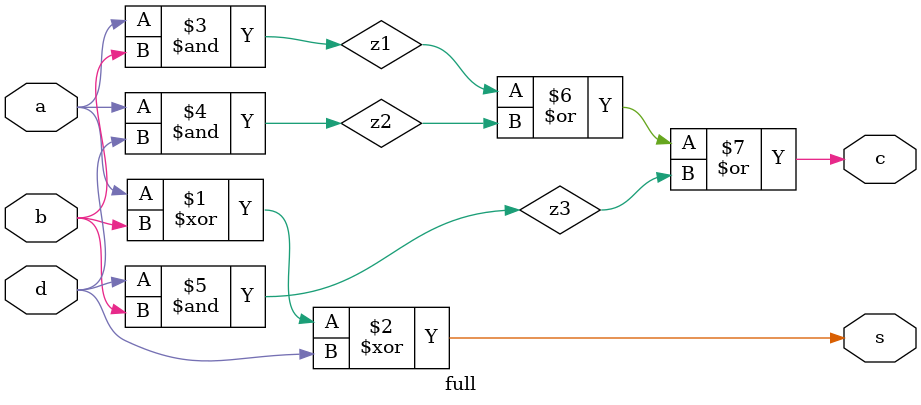
<source format=v>
module wallace(s,a,b);
output[15:0] s;
input [7:0]a,b;
wire [63:1]w;
wire [53:2]u;
wire [64:1]c;
assign u[17]=1'b0;
assign u[33]=1'b0;
assign u[43]=1'b0;
//s0
and g8(s[0],a[0],b[0]);

and g9(w[1],a[1],b[0]);
and g10(w[2],a[0],b[1]);
and g11(w[3],a[2],b[0]);
and g12(w[4],a[1],b[1]);
and g13(w[5],a[0],b[2]);
and g14(w[6],a[3],b[0]);
and g15(w[7],a[2],b[1]);
and g16(w[8],a[1],b[2]);
and g17(w[9],a[0],b[3]);
and g18(w[10],a[4],b[0]);
and g19(w[11],a[3],b[1]);
and g20(w[12],a[2],b[2]);
and g21(w[13],a[1],b[3]);
and g22(w[14],a[0],b[4]);
and g23(w[15],a[5],b[0]);
and g24(w[16],a[4],b[1]);
and g25(w[17],a[3],b[2]);

and g26(w[18],a[2],b[3]);
and g27(w[19],a[1],b[4]);
and g28(w[20],a[0],b[5]);
and g29(w[21],a[6],b[0]);
and g30(w[22],a[5],b[1]);
and g31(w[23],a[4],b[2]);
and g32(w[24],a[3],b[3]);
and g33(w[25],a[2],b[4]);
and g34(w[26],a[1],b[5]);
and g35(w[27],a[0],b[6]);
and g36(w[28],a[7],b[0]);
and g37(w[29],a[6],b[1]);
and g38(w[30],a[5],b[2]);
and g39(w[31],a[4],b[3]);
and g40(w[32],a[3],b[4]);
and g41(w[33],a[2],b[5]);
and g42(w[34],a[1],b[6]);
and g43(w[35],a[0],b[7]);
and g44(w[36],a[7],b[1]);
and g45(w[37],a[6],b[2]);
and g46(w[38],a[5],b[3]);
and g47(w[39],a[4],b[4]);
and g48(w[40],a[3],b[5]);
and g49(w[41],a[2],b[6]);
and g50(w[42],a[1],b[7]);
and g51(w[43],a[7],b[2]);
and g52(w[44],a[6],b[3]);
and g53(w[45],a[5],b[4]);
and g54(w[46],a[4],b[5]);

and g55(w[47],a[3],b[6]);
and g56(w[48],a[2],b[7]);
and g57(w[49],a[7],b[3]);
and g58(w[50],a[6],b[4]);
and g59(w[51],a[5],b[5]);
and g60(w[52],a[4],b[6]);
and g61(w[53],a[3],b[7]);
and g62(w[54],a[7],b[4]);
and g63(w[55],a[6],b[5]);
and g64(w[56],a[5],b[6]);
and g65(w[57],a[4],b[7]);
and g66(w[58],a[7],b[5]);
and g67(w[59],a[6],b[6]);
and g68(w[60],a[5],b[7]);
and g69(w[61],a[7],b[6]);
and g70(w[62],a[6],b[7]);
and g71(w[63],a[7],b[7]);
//1
half h1(s[1],c[1],w[1],w[2]);
full h2(u[2],c[2],w[3],w[4],w[5]);
full h3(u[3],c[3],w[6],w[7],w[8]);
full h4(u[4],c[4],w[10],w[11],w[12]);
full h5(u[5],c[5],w[15],w[16],w[17]);
full h6(u[6],c[6],w[21],w[22],w[23]);
full h7(u[7],c[7],w[28],w[29],w[30]);
half h8(u[8],c[8],w[36],w[37]);

half h9(u[9],c[9],w[13],w[14]);
full h10(u[10],c[10],w[18],w[19],w[20]);

full h11(u[11],c[11],w[24],w[25],w[26]);
full h12(u[12],c[12],w[31],w[32],w[33]);
full h13(u[13],c[13],w[38],w[39],w[40]);
full h14(u[14],c[14],w[44],w[45],w[46]);
full h15(u[15],c[15],w[49],w[50],w[51]);
half h16(u[16],c[16],w[54],w[55]);

//2
half h17(s[2],c[17],u[2],c[1]);
full h18(u[18],c[18],u[3],c[2],w[9]);
full h19(u[19],c[19],u[4],c[3],u[9]);
full h20(u[20],c[20],u[5],c[4],u[10]);
full h21(u[21],c[21],u[6],c[5],u[11]);
full h22(u[22],c[22],u[7],c[6],u[12]);
full h23(u[23],c[23],u[8],c[7],u[13]);
full h24(u[24],c[24],c[8],w[43],u[14]);

half h25(u[25],c[25],c[10],w[27]);
full h26(u[26],c[26],c[11],w[34],w[35]);
full h27(u[27],c[27],c[12],w[41],w[42]);
full h28(u[28],c[28],c[13],w[47],w[48]);
full h29(u[29],c[29],c[14],w[52],w[53]);
full h30(u[30],c[30],c[15],w[57],w[56]);
full h31(u[31],c[31],c[16],w[59],w[60]);
half h32(u[32],c[32],c[61],w[62]);

//3
half h33(s[3],c[33],u[18],c[17]);

half h34(u[34],c[34],u[19],c[18]);
full h35(u[35],c[35],u[20],c[19],c[9]);
full h36(u[36],c[36],u[21],c[20],u[25]);
full h37(u[37],c[37],u[22],c[21],u[26]);
full h38(u[38],c[38],u[23],c[22],u[27]);
full h39(u[39],c[39],u[24],c[23],u[28]);
full h40(u[40],c[40],u[15],c[24],u[29]);
half h41(u[41],c[41],u[16],u[30]);
half h42(u[42],c[42],u[31],w[58]);

//4
half h43(s[4],c[43],u[34],c[33]);
half h44(u[44],c[44],u[35],c[34]);
half h45(u[45],c[45],u[36],c[35]);
full h46(u[46],c[46],u[37],c[36],c[25]);
full h47(u[47],c[47],u[38],c[37],c[26]);
full h48(u[48],c[48],u[39],c[38],c[27]);
full h49(u[49],c[49],u[40],c[39],c[28]);
full h50(u[50],c[50],u[41],c[40],c[29]);
full h51(u[51],c[51],u[42],c[41],c[30]);
full h52(u[52],c[52],u[32],c[42],c[31]);
half h53(u[53],c[53],w[63],c[32]);

//5
half h54(s[5],c[54],u[44],c[43]);
full h55(s[6],c[55],u[45],c[44],c[54]);
full h56(s[7],c[56],u[46],c[45],c[55]);
full h57(s[8],c[57],u[47],c[46],c[56]);
full h58(s[9],c[58],u[48],c[47],c[57]);

full h59(s[10],c[59],u[49],c[48],c[58]);
full h60(s[11],c[60],u[50],c[49],c[59]);

full h61(s[12],c[61],u[51],c[50],c[60]);
full h62(s[13],c[62],u[52],c[51],c[61]);
full h63(s[14],c[63],u[53],c[52],c[62]);
full h64(s[15],c[64],c[53],c[63],0);
endmodule

module half(s,c,a,b);
output s,c;
input a,b;
and g1(c,a,b);
xor g2(s,a,b);
endmodule

module full(s,c,a,b,d);
output s,c;
input a,b,d;
wire z1,z2,z3;
xor g3(s,a,b,d);
and g4(z1,a,b);
and g5(z2,a,d);
and g6(z3,d,b);
or g7(c,z1,z2,z3);
endmodule

</source>
